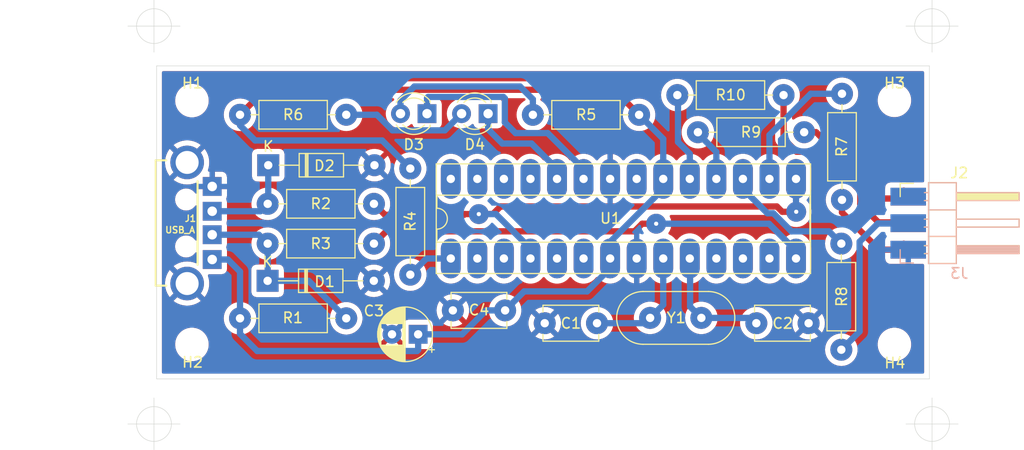
<source format=kicad_pcb>
(kicad_pcb (version 20190605) (host pcbnew "(5.1.0-1541-ga0ed40876)")
  (title_block (title "USBasp (https://www.fischl.de/usbasp/)") (date "2019-08-23") (rev "1"))
  (layers (0 "F.Cu" signal) (31 "B.Cu" signal) (34 "B.Paste" user) (35 "F.Paste" user) (36 "B.SilkS" user) (37 "F.SilkS" user) (38 "B.Mask" user) (39 "F.Mask" user) (44 "Edge.Cuts" user))
  (net 0 "")
  (net 1 "/XTAL1")
  (net 2 "GND")
  (net 3 "/XTAL2")
  (net 4 "+5V")
  (net 5 "Net-(D1-Pad1)")
  (net 6 "Net-(D2-Pad1)")
  (net 7 "Net-(D3-Pad1)")
  (net 8 "Net-(D4-Pad1)")
  (net 9 "/MISO")
  (net 10 "/SCK")
  (net 11 "/RESET")
  (net 12 "/MOSI")
  (net 13 "/D+")
  (net 14 "/D-")
  (net 15 "Net-(J3-Pad3)")
  (net 16 "/PB2")
  (net 17 "/PB3")
  (net 18 "/PB4")
  (net 19 "/PB5")
  (net 20 "Net-(U1-Pad2)")
  (net 21 "Net-(U1-Pad3)")
  (net 22 "Net-(U1-Pad5)")
  (net 23 "Net-(U1-Pad6)")
  (net 24 "Net-(U1-Pad21)")
  (net 25 "Net-(U1-Pad11)")
  (net 26 "Net-(U1-Pad12)")
  (net 27 "Net-(U1-Pad26)")
  (net 28 "Net-(U1-Pad13)")
  (net 29 "Net-(U1-Pad27)")
  (net 30 "Net-(U1-Pad28)")
  (net 31 "Net-(D3-Pad2)")
  (net 32 "Net-(D4-Pad2)")
  (net 33 "Net-(R4-Pad1)")
  (net 34 "Net-(U1-Pad25)")
  (module "MountingHole:MountingHole_2.2mm_M2" (layer "F.Cu") (at 184.36082 97.282)
    (fp_text reference "H4" (at 0.04318 1.78054) (layer "F.SilkS"))
    (fp_text value "MountingHole")
    (pad "1" np_thru_hole circle (at 0 0) (size 2.2 2.2) (drill 2.2) (layers *.Cu *.Mask))
  )
  (module "MountingHole:MountingHole_2.2mm_M2" (layer "F.Cu") (at 184.36082 73.914)
    (fp_text reference "H3" (at 0.0127 -1.65608) (layer "F.SilkS"))
    (fp_text value "MountingHole")
    (pad "1" np_thru_hole circle (at 0 0) (size 2.2 2.2) (drill 2.2) (layers *.Cu *.Mask))
  )
  (module "MountingHole:MountingHole_2.2mm_M2" (layer "F.Cu") (at 117.1702 97.282)
    (fp_text reference "H2" (at 0.06096 1.71196) (layer "F.SilkS"))
    (fp_text value "MountingHole")
    (pad "1" np_thru_hole circle (at 0 0) (size 2.2 2.2) (drill 2.2) (layers *.Cu *.Mask))
  )
  (module "MountingHole:MountingHole_2.2mm_M2" (layer "F.Cu") (at 117.1702 73.93686)
    (fp_text reference "H1" (at 0.04572 -1.6764) (layer "F.SilkS"))
    (fp_text value "MountingHole")
    (pad "1" np_thru_hole circle (at 0 0) (size 2.2 2.2) (drill 2.2) (layers *.Cu *.Mask))
  )
  (module "Resistor_THT:R_Axial_DIN0207_L6.3mm_D2.5mm_P10.16mm_Horizontal" (layer "F.Cu") (at 175.72482 76.962 180)
    (fp_text reference "R9" (at 5.09016 0.00762) (layer "F.SilkS"))
    (fp_text value "270-330R")
    (pad "2" thru_hole circle (at 10.16 0 180) (size 2.1 2.1) (drill 0.8) (layers *.Cu *.Mask) (net 18 "/PB4"))
    (pad "1" thru_hole circle (at 0 0 180) (size 2.1 2.1) (drill 0.8) (layers *.Cu *.Mask) (net 9 "/MISO"))
  )
  (module "Resistor_THT:R_Axial_DIN0207_L6.3mm_D2.5mm_P10.16mm_Horizontal" (layer "F.Cu") (at 173.75632 73.406 180)
    (fp_text reference "R10" (at 5.06222 0.01524) (layer "F.SilkS"))
    (fp_text value "270-330R")
    (pad "2" thru_hole circle (at 10.16 0 180) (size 2.1 2.1) (drill 0.8) (layers *.Cu *.Mask) (net 19 "/PB5"))
    (pad "1" thru_hole circle (at 0 0 180) (size 2.1 2.1) (drill 0.8) (layers *.Cu *.Mask) (net 10 "/SCK"))
  )
  (module "Resistor_THT:R_Axial_DIN0207_L6.3mm_D2.5mm_P10.16mm_Horizontal" (layer "F.Cu") (at 179.28082 97.79 90)
    (fp_text reference "R8" (at 5.08762 0.03302 90) (layer "F.SilkS"))
    (fp_text value "270-330R")
    (pad "2" thru_hole circle (at 10.16 0 90) (size 2.1 2.1) (drill 0.8) (layers *.Cu *.Mask) (net 17 "/PB3"))
    (pad "1" thru_hole circle (at 0 0 90) (size 2.1 2.1) (drill 0.8) (layers *.Cu *.Mask) (net 12 "/MOSI"))
  )
  (module "Resistor_THT:R_Axial_DIN0207_L6.3mm_D2.5mm_P10.16mm_Horizontal" (layer "F.Cu") (at 179.34432 83.439 90)
    (fp_text reference "R7" (at 5.08508 -0.02794 90) (layer "F.SilkS"))
    (fp_text value "270-330R")
    (pad "2" thru_hole circle (at 10.16 0 90) (size 2.1 2.1) (drill 0.8) (layers *.Cu *.Mask) (net 16 "/PB2"))
    (pad "1" thru_hole circle (at 0 0 90) (size 2.1 2.1) (drill 0.8) (layers *.Cu *.Mask) (net 11 "/RESET"))
  )
  (module "Diode_THT:D_DO-35_SOD27_P10.16mm_Horizontal" (layer "F.Cu") (at 124.40666 91.19108)
    (fp_text reference "D1" (at 5.45592 0.08382) (layer "F.SilkS"))
    (fp_text value "3.6V")
    (fp_text user "K" (at 0 -1.8) (layer "F.SilkS"))
    (pad "2" thru_hole circle (at 10.16 0) (size 2.1 2.1) (drill 0.8) (layers *.Cu *.Mask) (net 2 "GND"))
    (pad "1" thru_hole rect (at 0 0) (size 2.1 2.1) (drill 0.8) (layers *.Cu *.Mask) (net 5 "Net-(D1-Pad1)"))
  )
  (module "Diode_THT:D_DO-35_SOD27_P10.16mm_Horizontal" (layer "F.Cu") (at 124.46762 80.12176)
    (fp_text reference "D2" (at 5.36956 0.05334) (layer "F.SilkS"))
    (fp_text value "3.6V")
    (fp_text user "K" (at 0 -1.8) (layer "F.SilkS"))
    (pad "2" thru_hole circle (at 10.16 0) (size 2.1 2.1) (drill 0.8) (layers *.Cu *.Mask) (net 2 "GND"))
    (pad "1" thru_hole rect (at 0 0) (size 2.1 2.1) (drill 0.8) (layers *.Cu *.Mask) (net 6 "Net-(D2-Pad1)"))
  )
  (module "Connector_PinHeader_2.54mm:PinHeader_1x03_P2.54mm_SMD_Horizontal" (layer "B.Cu") (at 186.182 88.20912)
    (fp_text reference "J3" (at 4.385 2.27) (layer "B.SilkS") (effects (justify mirror)))
    (fp_text value "ISP_B.Cu")
    (pad "3" smd rect (at -0.5 -5.08) (size 3.4 1.7) (layers "B.Cu" "B.Paste" "B.Mask") (net 15 "Net-(J3-Pad3)"))
    (pad "2" smd rect (at -0.5 -2.54) (size 3.4 1.7) (layers "B.Cu" "B.Paste" "B.Mask") (net 12 "/MOSI"))
    (pad "1" smd rect (at -0.5 0) (size 3.4 1.7) (layers "B.Cu" "B.Paste" "B.Mask") (net 2 "GND"))
  )
  (module "Connector_PinHeader_2.54mm:PinHeader_1x03_P2.54mm_SMD_Horizontal" (layer "F.Cu") (at 186.182 83.12888)
    (fp_text reference "J2" (at 4.385 -2.27) (layer "F.SilkS"))
    (fp_text value "ISP_F.Cu")
    (pad "3" smd rect (at -0.5 5.08) (size 3.4 1.7) (layers "F.Cu" "F.Paste" "F.Mask") (net 11 "/RESET"))
    (pad "2" smd rect (at -0.5 2.54) (size 3.4 1.7) (layers "F.Cu" "F.Paste" "F.Mask") (net 10 "/SCK"))
    (pad "1" smd rect (at -0.5 0) (size 3.4 1.7) (layers "F.Cu" "F.Paste" "F.Mask") (net 9 "/MISO"))
  )
  (module "Capacitor_THT:C_Disc_D5.1mm_W3.2mm_P5.00mm" (layer "F.Cu") (at 155.91282 95.25 180)
    (fp_text reference "C1" (at 2.49936 -0.01016) (layer "F.SilkS"))
    (fp_text value "22pF")
    (pad "1" thru_hole circle (at 0 0 180) (size 2.1 2.1) (drill 0.8) (layers *.Cu *.Mask) (net 1 "/XTAL1"))
    (pad "2" thru_hole circle (at 5 0 180) (size 2.1 2.1) (drill 0.8) (layers *.Cu *.Mask) (net 2 "GND"))
  )
  (module "Capacitor_THT:C_Disc_D5.1mm_W3.2mm_P5.00mm" (layer "F.Cu") (at 171.15282 95.25)
    (fp_text reference "C2" (at 2.51968 0.01778) (layer "F.SilkS"))
    (fp_text value "22pF")
    (pad "2" thru_hole circle (at 5 0) (size 2.1 2.1) (drill 0.8) (layers *.Cu *.Mask) (net 2 "GND"))
    (pad "1" thru_hole circle (at 0 0) (size 2.1 2.1) (drill 0.8) (layers *.Cu *.Mask) (net 3 "/XTAL2"))
  )
  (module "Capacitor_THT:CP_Radial_D5.0mm_P2.50mm" (layer "F.Cu") (at 138.80582 96.3143 180)
    (fp_text reference "C3" (at 4.23154 2.24286) (layer "F.SilkS"))
    (fp_text value "10uF")
    (pad "1" thru_hole rect (at 0 0 180) (size 1.8 1.8) (drill 0.8) (layers *.Cu *.Mask) (net 4 "+5V"))
    (pad "2" thru_hole circle (at 2.5 0 180) (size 1.8 1.8) (drill 0.8) (layers *.Cu *.Mask) (net 2 "GND"))
  )
  (module "Capacitor_THT:C_Disc_D5.1mm_W3.2mm_P5.00mm" (layer "F.Cu") (at 147.12442 94.02318 180)
    (fp_text reference "C4" (at 2.5019 0.0381) (layer "F.SilkS"))
    (fp_text value "100nF")
    (pad "1" thru_hole circle (at 0 0 180) (size 2.1 2.1) (drill 0.8) (layers *.Cu *.Mask) (net 4 "+5V"))
    (pad "2" thru_hole circle (at 5 0 180) (size 2.1 2.1) (drill 0.8) (layers *.Cu *.Mask) (net 2 "GND"))
  )
  (module "LED_THT:LED_D3.0mm" (layer "F.Cu") (at 139.65682 75.184 180)
    (fp_text reference "D3" (at 1.27 -2.96) (layer "F.SilkS"))
    (fp_text value "G(pwr)")
    (pad "2" thru_hole circle (at 2.54 0 180) (size 1.8 1.8) (drill 0.9) (layers *.Cu *.Mask) (net 31 "Net-(D3-Pad2)"))
    (pad "1" thru_hole rect (at 0 0 180) (size 1.8 1.8) (drill 0.9) (layers *.Cu *.Mask) (net 7 "Net-(D3-Pad1)"))
  )
  (module "LED_THT:LED_D3.0mm" (layer "F.Cu") (at 145.49882 75.184 180)
    (fp_text reference "D4" (at 1.27 -2.96) (layer "F.SilkS"))
    (fp_text value "R(prog)")
    (pad "1" thru_hole rect (at 0 0 180) (size 1.8 1.8) (drill 0.9) (layers *.Cu *.Mask) (net 8 "Net-(D4-Pad1)"))
    (pad "2" thru_hole circle (at 2.54 0 180) (size 1.8 1.8) (drill 0.9) (layers *.Cu *.Mask) (net 32 "Net-(D4-Pad2)"))
  )
  (module "Connectors:USB-A-H_PADS_NUMBERED" (layer "F.Cu") (at 116.71046 85.65388)
    (fp_text reference "J1" (at 0.30988 -0.42672) (layer "F.SilkS") (effects (font (size 0.6096 0.6096) (thickness 0.127))))
    (fp_text value "USB_A" (at -0.6731 0.66802 180) (layer "F.SilkS") (effects (font (size 0.6096 0.6096) (thickness 0.127))))
    (pad "3" thru_hole rect (at 2.39776 -1.12522) (size 1.8 1.8) (drill 0.9144) (layers *.Cu *.Mask) (net 6 "Net-(D2-Pad1)"))
    (pad "2" thru_hole rect (at 2.39776 1.12522) (size 1.8 1.8) (drill 0.9144) (layers *.Cu *.Mask) (net 5 "Net-(D1-Pad1)"))
    (pad "4" thru_hole rect (at 2.39776 -3.49758) (size 1.8 1.8) (drill 0.9144) (layers *.Cu *.Mask) (net 2 "GND"))
    (pad "5" thru_hole circle (at 0 5.79882) (size 3.21564 3.21564) (drill 2.19964) (layers *.Cu *.Mask) (net 2 "GND"))
    (pad "5" thru_hole circle (at 0 -5.79882) (size 3.21564 3.21564) (drill 2.19964) (layers *.Cu *.Mask) (net 2 "GND"))
    (pad "1" thru_hole rect (at 2.39776 3.49758) (size 1.8 1.8) (drill 0.9144) (layers *.Cu *.Mask) (net 4 "+5V"))
    (pad "" np_thru_hole circle (at -0.09906 -2.2479) (size 1.09982 1.09982) (drill 1.09982) (layers *.Cu *.Mask))
    (pad "" np_thru_hole circle (at -0.09906 2.2479) (size 1.09982 1.09982) (drill 1.09982) (layers *.Cu *.Mask))
  )
  (module "Resistor_THT:R_Axial_DIN0207_L6.3mm_D2.5mm_P10.16mm_Horizontal" (layer "F.Cu") (at 138.05408 90.6018 90)
    (fp_text reference "R4" (at 5.10286 0 90) (layer "F.SilkS"))
    (fp_text value "10K")
    (pad "2" thru_hole circle (at 10.16 0 90) (size 2.1 2.1) (drill 0.8) (layers *.Cu *.Mask) (net 4 "+5V"))
    (pad "1" thru_hole circle (at 0 0 90) (size 2.1 2.1) (drill 0.8) (layers *.Cu *.Mask) (net 33 "Net-(R4-Pad1)"))
  )
  (module "Resistor_THT:R_Axial_DIN0207_L6.3mm_D2.5mm_P10.16mm_Horizontal" (layer "F.Cu") (at 149.77872 75.29576)
    (fp_text reference "R5" (at 5.0927 -0.00762) (layer "F.SilkS"))
    (fp_text value "330R..1K")
    (pad "1" thru_hole circle (at 0 0) (size 2.1 2.1) (drill 0.8) (layers *.Cu *.Mask) (net 31 "Net-(D3-Pad2)"))
    (pad "2" thru_hole circle (at 10.16 0) (size 2.1 2.1) (drill 0.8) (layers *.Cu *.Mask) (net 4 "+5V"))
  )
  (module "Resistor_THT:R_Axial_DIN0207_L6.3mm_D2.5mm_P10.16mm_Horizontal" (layer "F.Cu") (at 131.9276 75.29068 180)
    (fp_text reference "R6" (at 5.07746 0.01016) (layer "F.SilkS"))
    (fp_text value "330R..1K")
    (pad "2" thru_hole circle (at 10.16 0 180) (size 2.1 2.1) (drill 0.8) (layers *.Cu *.Mask) (net 4 "+5V"))
    (pad "1" thru_hole circle (at 0 0 180) (size 2.1 2.1) (drill 0.8) (layers *.Cu *.Mask) (net 32 "Net-(D4-Pad2)"))
  )
  (module "Resistor_THT:R_Axial_DIN0207_L6.3mm_D2.5mm_P10.16mm_Horizontal" (layer "F.Cu") (at 134.57682 83.82 180)
    (fp_text reference "R2" (at 5.08508 0.0127) (layer "F.SilkS"))
    (fp_text value "68R")
    (pad "1" thru_hole circle (at 0 0 180) (size 2.1 2.1) (drill 0.8) (layers *.Cu *.Mask) (net 13 "/D+"))
    (pad "2" thru_hole circle (at 10.16 0 180) (size 2.1 2.1) (drill 0.8) (layers *.Cu *.Mask) (net 6 "Net-(D2-Pad1)"))
  )
  (module "Resistor_THT:R_Axial_DIN0207_L6.3mm_D2.5mm_P10.16mm_Horizontal" (layer "F.Cu") (at 134.57682 87.63 180)
    (fp_text reference "R3" (at 5.08508 0.00254) (layer "F.SilkS"))
    (fp_text value "68R")
    (pad "1" thru_hole circle (at 0 0 180) (size 2.1 2.1) (drill 0.8) (layers *.Cu *.Mask) (net 14 "/D-"))
    (pad "2" thru_hole circle (at 10.16 0 180) (size 2.1 2.1) (drill 0.8) (layers *.Cu *.Mask) (net 5 "Net-(D1-Pad1)"))
  )
  (module "Resistor_THT:R_Axial_DIN0207_L6.3mm_D2.5mm_P10.16mm_Horizontal" (layer "F.Cu") (at 131.9276 94.78264 180)
    (fp_text reference "R1" (at 5.10794 0.04826) (layer "F.SilkS"))
    (fp_text value "1.4-2.5K")
    (pad "2" thru_hole circle (at 10.16 0 180) (size 2.1 2.1) (drill 0.8) (layers *.Cu *.Mask) (net 4 "+5V"))
    (pad "1" thru_hole circle (at 0 0 180) (size 2.1 2.1) (drill 0.8) (layers *.Cu *.Mask) (net 5 "Net-(D1-Pad1)"))
  )
  (module "Package_DIP:DIP-28_W7.62mm_Socket_LongPads" (layer "F.Cu") (at 141.92758 89.0524 90)
    (fp_text reference "U1" (at 3.84302 15.28318 180) (layer "F.SilkS"))
    (fp_text value "ATmega8A-PU")
    (pad "1" thru_hole oval (at 0 0 90) (size 3.8 1.9) (drill 0.8) (layers *.Cu *.Mask) (net 33 "Net-(R4-Pad1)"))
    (pad "15" thru_hole oval (at 7.62 33.02 90) (size 3.8 1.9) (drill 0.8) (layers *.Cu *.Mask) (net 13 "/D+"))
    (pad "2" thru_hole oval (at 0 2.54 90) (size 3.8 1.9) (drill 0.8) (layers *.Cu *.Mask) (net 20 "Net-(U1-Pad2)"))
    (pad "16" thru_hole oval (at 7.62 30.48 90) (size 3.8 1.9) (drill 0.8) (layers *.Cu *.Mask) (net 16 "/PB2"))
    (pad "3" thru_hole oval (at 0 5.08 90) (size 3.8 1.9) (drill 0.8) (layers *.Cu *.Mask) (net 21 "Net-(U1-Pad3)"))
    (pad "17" thru_hole oval (at 7.62 27.94 90) (size 3.8 1.9) (drill 0.8) (layers *.Cu *.Mask) (net 17 "/PB3"))
    (pad "4" thru_hole oval (at 0 7.62 90) (size 3.8 1.9) (drill 0.8) (layers *.Cu *.Mask) (net 13 "/D+"))
    (pad "18" thru_hole oval (at 7.62 25.4 90) (size 3.8 1.9) (drill 0.8) (layers *.Cu *.Mask) (net 18 "/PB4"))
    (pad "5" thru_hole oval (at 0 10.16 90) (size 3.8 1.9) (drill 0.8) (layers *.Cu *.Mask) (net 22 "Net-(U1-Pad5)"))
    (pad "19" thru_hole oval (at 7.62 22.86 90) (size 3.8 1.9) (drill 0.8) (layers *.Cu *.Mask) (net 19 "/PB5"))
    (pad "6" thru_hole oval (at 0 12.7 90) (size 3.8 1.9) (drill 0.8) (layers *.Cu *.Mask) (net 23 "Net-(U1-Pad6)"))
    (pad "20" thru_hole oval (at 7.62 20.32 90) (size 3.8 1.9) (drill 0.8) (layers *.Cu *.Mask) (net 4 "+5V"))
    (pad "7" thru_hole oval (at 0 15.24 90) (size 3.8 1.9) (drill 0.8) (layers *.Cu *.Mask) (net 4 "+5V"))
    (pad "21" thru_hole oval (at 7.62 17.78 90) (size 3.8 1.9) (drill 0.8) (layers *.Cu *.Mask) (net 24 "Net-(U1-Pad21)"))
    (pad "8" thru_hole oval (at 0 17.78 90) (size 3.8 1.9) (drill 0.8) (layers *.Cu *.Mask) (net 2 "GND"))
    (pad "22" thru_hole oval (at 7.62 15.24 90) (size 3.8 1.9) (drill 0.8) (layers *.Cu *.Mask) (net 2 "GND"))
    (pad "9" thru_hole oval (at 0 20.32 90) (size 3.8 1.9) (drill 0.8) (layers *.Cu *.Mask) (net 1 "/XTAL1"))
    (pad "23" thru_hole oval (at 7.62 12.7 90) (size 3.8 1.9) (drill 0.8) (layers *.Cu *.Mask) (net 7 "Net-(D3-Pad1)"))
    (pad "10" thru_hole oval (at 0 22.86 90) (size 3.8 1.9) (drill 0.8) (layers *.Cu *.Mask) (net 3 "/XTAL2"))
    (pad "24" thru_hole oval (at 7.62 10.16 90) (size 3.8 1.9) (drill 0.8) (layers *.Cu *.Mask) (net 8 "Net-(D4-Pad1)"))
    (pad "11" thru_hole oval (at 0 25.4 90) (size 3.8 1.9) (drill 0.8) (layers *.Cu *.Mask) (net 25 "Net-(U1-Pad11)"))
    (pad "25" thru_hole oval (at 7.62 7.62 90) (size 3.8 1.9) (drill 0.8) (layers *.Cu *.Mask) (net 34 "Net-(U1-Pad25)"))
    (pad "12" thru_hole oval (at 0 27.94 90) (size 3.8 1.9) (drill 0.8) (layers *.Cu *.Mask) (net 26 "Net-(U1-Pad12)"))
    (pad "26" thru_hole oval (at 7.62 5.08 90) (size 3.8 1.9) (drill 0.8) (layers *.Cu *.Mask) (net 27 "Net-(U1-Pad26)"))
    (pad "13" thru_hole oval (at 0 30.48 90) (size 3.8 1.9) (drill 0.8) (layers *.Cu *.Mask) (net 28 "Net-(U1-Pad13)"))
    (pad "27" thru_hole oval (at 7.62 2.54 90) (size 3.8 1.9) (drill 0.8) (layers *.Cu *.Mask) (net 29 "Net-(U1-Pad27)"))
    (pad "14" thru_hole oval (at 0 33.02 90) (size 3.8 1.9) (drill 0.8) (layers *.Cu *.Mask) (net 14 "/D-"))
    (pad "28" thru_hole oval (at 7.62 0 90) (size 3.8 1.9) (drill 0.8) (layers *.Cu *.Mask) (net 30 "Net-(U1-Pad28)"))
  )
  (module "Crystal:Crystal_HC18-U_Vertical" (layer "F.Cu") (at 160.99282 94.742)
    (fp_text reference "Y1" (at 2.49936 -0.00762) (layer "F.SilkS"))
    (fp_text value "Crystal")
    (pad "1" thru_hole circle (at 0 0) (size 2.1 2.1) (drill 0.8) (layers *.Cu *.Mask) (net 1 "/XTAL1"))
    (pad "2" thru_hole circle (at 4.9 0) (size 2.1 2.1) (drill 0.8) (layers *.Cu *.Mask) (net 3 "/XTAL2"))
  )
  (gr_line (start 187.706 70.612) (end 187.706 100.584) (layer "Edge.Cuts") (width 0.05))
  (target plus (at 187.96 104.902) (size 5) (width 0.05) (layer "Edge.Cuts"))
  (target plus (at 113.538 104.902) (size 5) (width 0.05) (layer "Edge.Cuts"))
  (target plus (at 187.96 66.802) (size 5) (width 0.05) (layer "Edge.Cuts"))
  (target plus (at 113.538 66.802) (size 5) (width 0.05) (layer "Edge.Cuts"))
  (gr_line (start 187.706 70.612) (end 113.792 70.612) (layer "Edge.Cuts") (width 0.05))
  (gr_line (start 113.792 100.584) (end 187.706 100.584) (layer "Edge.Cuts") (width 0.05))
  (gr_line (start 113.792 70.612) (end 113.792 100.584) (layer "Edge.Cuts") (width 0.05))
  (segment (start 181.030821 87.447179) (end 181.030821 96.039999) (width 0.6) (layer "B.Cu") (net 12))
  (segment (start 181.030821 96.039999) (end 180.330819 96.740001) (width 0.6) (layer "B.Cu") (net 12))
  (segment (start 180.330819 96.740001) (end 179.28082 97.79) (width 0.6) (layer "B.Cu") (net 12))
  (segment (start 182.7784 85.6996) (end 181.030821 87.447179) (width 0.6) (layer "B.Cu") (net 12))
  (segment (start 184.64822 85.6996) (end 182.7784 85.6996) (width 0.6) (layer "B.Cu") (net 12))
  (segment (start 124.40666 91.19108) (end 128.33604 91.19108) (width 0.6) (layer "B.Cu") (net 5))
  (segment (start 128.33604 91.19108) (end 131.9276 94.78264) (width 0.6) (layer "B.Cu") (net 5))
  (segment (start 124.41682 87.63) (end 124.41682 91.18092) (width 0.6) (layer "B.Cu") (net 5))
  (segment (start 124.41682 91.18092) (end 124.40666 91.19108) (width 0.6) (layer "B.Cu") (net 5))
  (segment (start 121.7676 94.78264) (end 121.7676 90.31084) (width 0.6) (layer "B.Cu") (net 4))
  (segment (start 121.7676 90.31084) (end 120.60822 89.15146) (width 0.6) (layer "B.Cu") (net 4))
  (segment (start 120.60822 89.15146) (end 119.10822 89.15146) (width 0.6) (layer "B.Cu") (net 4))
  (segment (start 119.10822 86.7791) (end 123.56592 86.7791) (width 0.6) (layer "B.Cu") (net 5))
  (segment (start 123.56592 86.7791) (end 124.41682 87.63) (width 0.6) (layer "B.Cu") (net 5))
  (segment (start 147.12442 94.02318) (end 148.9456 92.202) (width 0.6) (layer "B.Cu") (net 4))
  (segment (start 148.9456 92.202) (end 154.96798 92.202) (width 0.6) (layer "B.Cu") (net 4))
  (segment (start 154.96798 92.202) (end 157.16758 90.0024) (width 0.6) (layer "B.Cu") (net 4))
  (segment (start 121.7676 94.78264) (end 121.7676 96.267564) (width 0.6) (layer "B.Cu") (net 4))
  (segment (start 138.80582 97.8143) (end 138.80582 96.3143) (width 0.6) (layer "B.Cu") (net 4))
  (segment (start 121.7676 96.267564) (end 123.414337 97.914301) (width 0.6) (layer "B.Cu") (net 4))
  (segment (start 123.414337 97.914301) (end 138.705819 97.914301) (width 0.6) (layer "B.Cu") (net 4))
  (segment (start 138.705819 97.914301) (end 138.80582 97.8143) (width 0.6) (layer "B.Cu") (net 4))
  (segment (start 138.80582 96.3143) (end 143.01105 96.3143) (width 0.6) (layer "B.Cu") (net 4))
  (segment (start 143.01105 96.3143) (end 145.30217 94.02318) (width 0.6) (layer "B.Cu") (net 4))
  (segment (start 145.30217 94.02318) (end 147.12442 94.02318) (width 0.6) (layer "B.Cu") (net 4))
  (segment (start 119.10822 84.52866) (end 123.70816 84.52866) (width 0.6) (layer "B.Cu") (net 6))
  (segment (start 123.70816 84.52866) (end 124.41682 83.82) (width 0.6) (layer "B.Cu") (net 6))
  (segment (start 157.54096 72.898) (end 124.16028 72.898) (width 0.6) (layer "F.Cu") (net 4))
  (segment (start 159.93872 75.29576) (end 157.54096 72.898) (width 0.6) (layer "F.Cu") (net 4))
  (segment (start 124.16028 72.898) (end 121.7676 75.29068) (width 0.6) (layer "F.Cu") (net 4))
  (segment (start 137.11682 73.911208) (end 137.11682 75.184) (width 0.6) (layer "B.Cu") (net 31))
  (segment (start 149.77872 75.29576) (end 149.77872 73.810836) (width 0.6) (layer "B.Cu") (net 31))
  (segment (start 148.551872 72.583988) (end 138.44404 72.583988) (width 0.6) (layer "B.Cu") (net 31))
  (segment (start 138.44404 72.583988) (end 137.11682 73.911208) (width 0.6) (layer "B.Cu") (net 31))
  (segment (start 149.77872 73.810836) (end 148.551872 72.583988) (width 0.6) (layer "B.Cu") (net 31))
  (segment (start 146.860592 78.045772) (end 145.49882 76.684) (width 0.6) (layer "B.Cu") (net 8))
  (segment (start 152.08758 80.4824) (end 149.650952 78.045772) (width 0.6) (layer "B.Cu") (net 8))
  (segment (start 145.49882 76.684) (end 145.49882 75.184) (width 0.6) (layer "B.Cu") (net 8))
  (segment (start 152.08758 81.4324) (end 152.08758 80.4824) (width 0.6) (layer "B.Cu") (net 8))
  (segment (start 149.650952 78.045772) (end 146.860592 78.045772) (width 0.6) (layer "B.Cu") (net 8))
  (segment (start 154.62758 80.4824) (end 151.190941 77.045761) (width 0.6) (layer "B.Cu") (net 7))
  (segment (start 154.62758 81.4324) (end 154.62758 80.4824) (width 0.6) (layer "B.Cu") (net 7))
  (segment (start 148.122581 77.045761) (end 147.098821 76.022001) (width 0.6) (layer "B.Cu") (net 7))
  (segment (start 139.756821 73.583999) (end 139.65682 73.684) (width 0.6) (layer "B.Cu") (net 7))
  (segment (start 139.65682 73.684) (end 139.65682 75.184) (width 0.6) (layer "B.Cu") (net 7))
  (segment (start 147.098821 73.723999) (end 146.958821 73.583999) (width 0.6) (layer "B.Cu") (net 7))
  (segment (start 146.958821 73.583999) (end 139.756821 73.583999) (width 0.6) (layer "B.Cu") (net 7))
  (segment (start 151.190941 77.045761) (end 148.122581 77.045761) (width 0.6) (layer "B.Cu") (net 7))
  (segment (start 147.098821 76.022001) (end 147.098821 73.723999) (width 0.6) (layer "B.Cu") (net 7))
  (segment (start 142.058821 76.083999) (end 142.95882 75.184) (width 0.6) (layer "B.Cu") (net 32))
  (segment (start 141.358819 76.784001) (end 142.058821 76.083999) (width 0.6) (layer "B.Cu") (net 32))
  (segment (start 134.855498 75.29068) (end 136.348819 76.784001) (width 0.6) (layer "B.Cu") (net 32))
  (segment (start 136.348819 76.784001) (end 141.358819 76.784001) (width 0.6) (layer "B.Cu") (net 32))
  (segment (start 131.9276 75.29068) (end 134.855498 75.29068) (width 0.6) (layer "B.Cu") (net 32))
  (segment (start 172.776873 84.724) (end 174.505262 86.45239) (width 0.6) (layer "B.Cu") (net 17))
  (segment (start 174.505262 86.45239) (end 178.10321 86.45239) (width 0.6) (layer "B.Cu") (net 17))
  (segment (start 178.10321 86.45239) (end 178.230821 86.580001) (width 0.6) (layer "B.Cu") (net 17))
  (segment (start 178.230821 86.580001) (end 179.28082 87.63) (width 0.6) (layer "B.Cu") (net 17))
  (segment (start 145.949887 84.80238) (end 146.678258 84.074009) (width 0.6) (layer "F.Cu") (net 13))
  (segment (start 174.94758 81.4324) (end 174.94758 84.561239) (width 0.6) (layer "B.Cu") (net 13))
  (segment (start 173.116848 84.074009) (end 173.623273 84.580434) (width 0.6) (layer "F.Cu") (net 13))
  (segment (start 174.94758 84.561239) (end 174.966775 84.580434) (width 0.6) (layer "B.Cu") (net 13))
  (segment (start 146.678258 84.074009) (end 173.116848 84.074009) (width 0.6) (layer "F.Cu") (net 13))
  (segment (start 173.623273 84.580434) (end 174.966775 84.580434) (width 0.6) (layer "F.Cu") (net 13))
  (segment (start 144.606385 84.80238) (end 145.949887 84.80238) (width 0.6) (layer "F.Cu") (net 13))
  (segment (start 172.20918 84.724) (end 172.776873 84.724) (width 0.6) (layer "B.Cu") (net 17))
  (segment (start 169.86758 81.4324) (end 169.86758 82.3824) (width 0.6) (layer "B.Cu") (net 17))
  (via (at 174.966775 84.580434) (size 1.9) (drill 0.4) (layers "F.Cu" "B.Cu") (net 13))
  (segment (start 169.86758 82.3824) (end 172.20918 84.724) (width 0.6) (layer "B.Cu") (net 17))
  (segment (start 175.21682 81.70164) (end 174.864948 82.053512) (width 0.6) (layer "B.Cu") (net 13))
  (segment (start 172.362656 85.72401) (end 162.914817 85.72401) (width 0.6) (layer "B.Cu") (net 14))
  (segment (start 162.914817 85.72401) (end 161.571315 85.72401) (width 0.6) (layer "B.Cu") (net 14))
  (segment (start 174.94758 88.308934) (end 172.362656 85.72401) (width 0.6) (layer "B.Cu") (net 14))
  (segment (start 162.24758 93.48724) (end 162.24758 89.0524) (width 0.6) (layer "B.Cu") (net 1))
  (segment (start 160.99282 94.742) (end 162.24758 93.48724) (width 0.6) (layer "B.Cu") (net 1))
  (segment (start 155.91282 95.25) (end 160.48482 95.25) (width 0.6) (layer "B.Cu") (net 1))
  (segment (start 164.81552 93.6647) (end 164.81552 89.08034) (width 0.6) (layer "B.Cu") (net 3))
  (segment (start 165.89282 94.742) (end 164.81552 93.6647) (width 0.6) (layer "B.Cu") (net 3))
  (segment (start 165.89282 94.742) (end 170.64482 94.742) (width 0.6) (layer "B.Cu") (net 3))
  (segment (start 162.24758 77.60462) (end 159.93872 75.29576) (width 0.6) (layer "B.Cu") (net 4))
  (segment (start 162.24758 81.4324) (end 162.24758 77.60462) (width 0.6) (layer "B.Cu") (net 4))
  (segment (start 123.21032 77.7494) (end 121.7676 76.30668) (width 0.6) (layer "B.Cu") (net 4))
  (segment (start 135.36168 77.7494) (end 123.21032 77.7494) (width 0.6) (layer "B.Cu") (net 4))
  (segment (start 138.05408 80.4418) (end 135.36168 77.7494) (width 0.6) (layer "B.Cu") (net 4))
  (segment (start 162.24758 82.3824) (end 157.16758 87.4624) (width 0.6) (layer "B.Cu") (net 4))
  (segment (start 124.46762 80.12176) (end 124.46762 83.7692) (width 0.6) (layer "B.Cu") (net 6))
  (segment (start 139.60348 89.0524) (end 138.05408 90.6018) (width 0.6) (layer "B.Cu") (net 33))
  (segment (start 141.92758 89.0524) (end 139.60348 89.0524) (width 0.6) (layer "B.Cu") (net 33))
  (segment (start 163.65982 77.901002) (end 163.65982 74.041) (width 0.6) (layer "B.Cu") (net 19))
  (segment (start 164.78758 79.028762) (end 163.65982 77.901002) (width 0.6) (layer "B.Cu") (net 19))
  (segment (start 164.78758 81.4324) (end 164.78758 79.028762) (width 0.6) (layer "B.Cu") (net 19))
  (segment (start 167.32758 78.85176) (end 165.56482 77.089) (width 0.6) (layer "B.Cu") (net 18))
  (segment (start 167.32758 81.4324) (end 167.32758 78.85176) (width 0.6) (layer "B.Cu") (net 18))
  (via (at 144.606385 84.80238) (size 1.9) (drill 0.4) (layers "F.Cu" "B.Cu") (net 13))
  (segment (start 159.499433 86.45239) (end 160.227813 85.72401) (width 0.6) (layer "F.Cu") (net 14))
  (segment (start 160.227813 85.72401) (end 161.571315 85.72401) (width 0.6) (layer "F.Cu") (net 14))
  (segment (start 135.75443 86.45239) (end 159.499433 86.45239) (width 0.6) (layer "F.Cu") (net 14))
  (segment (start 134.57682 87.63) (end 135.75443 86.45239) (width 0.6) (layer "F.Cu") (net 14))
  (via (at 161.571315 85.72401) (size 1.9) (drill 0.4) (layers "F.Cu" "B.Cu") (net 14))
  (segment (start 143.195264 84.869999) (end 135.626819 84.869999) (width 0.6) (layer "F.Cu") (net 13))
  (segment (start 143.262883 84.80238) (end 143.195264 84.869999) (width 0.6) (layer "F.Cu") (net 13))
  (segment (start 135.626819 84.869999) (end 134.57682 83.82) (width 0.6) (layer "F.Cu") (net 13))
  (segment (start 144.606385 84.80238) (end 143.262883 84.80238) (width 0.6) (layer "F.Cu") (net 13))
  (segment (start 146.24756 84.80238) (end 145.949887 84.80238) (width 0.6) (layer "B.Cu") (net 13))
  (segment (start 145.949887 84.80238) (end 144.606385 84.80238) (width 0.6) (layer "B.Cu") (net 13))
  (segment (start 149.54758 88.1024) (end 146.24756 84.80238) (width 0.6) (layer "B.Cu") (net 13))
  (segment (start 149.54758 89.0524) (end 149.54758 88.1024) (width 0.6) (layer "B.Cu") (net 13))
  (segment (start 177.859396 73.279) (end 179.34432 73.279) (width 0.6) (layer "B.Cu") (net 16))
  (segment (start 176.35982 73.279) (end 177.859396 73.279) (width 0.6) (layer "B.Cu") (net 16))
  (segment (start 172.40758 81.4324) (end 172.40758 77.23124) (width 0.6) (layer "B.Cu") (net 16))
  (segment (start 172.40758 77.23124) (end 176.35982 73.279) (width 0.6) (layer "B.Cu") (net 16))
  (segment (start 173.75632 77.583502) (end 175.005208 78.83239) (width 0.6) (layer "F.Cu") (net 10))
  (segment (start 182.83682 85.598) (end 184.74982 85.598) (width 0.6) (layer "F.Cu") (net 10))
  (segment (start 177.327712 78.83239) (end 181.094321 82.598999) (width 0.6) (layer "F.Cu") (net 10))
  (segment (start 181.094321 83.855501) (end 182.83682 85.598) (width 0.6) (layer "F.Cu") (net 10))
  (segment (start 175.005208 78.83239) (end 177.327712 78.83239) (width 0.6) (layer "F.Cu") (net 10))
  (segment (start 173.75632 73.406) (end 173.75632 77.583502) (width 0.6) (layer "F.Cu") (net 10))
  (segment (start 181.094321 82.598999) (end 181.094321 83.855501) (width 0.6) (layer "F.Cu") (net 10))
  (segment (start 176.871551 76.962) (end 175.72482 76.962) (width 0.6) (layer "F.Cu") (net 9))
  (segment (start 185.25782 82.55) (end 184.49582 83.312) (width 0.6) (layer "F.Cu") (net 9))
  (segment (start 182.32882 83.312) (end 182.094332 83.077512) (width 0.6) (layer "F.Cu") (net 9))
  (segment (start 182.094332 83.077512) (end 182.094332 82.184781) (width 0.6) (layer "F.Cu") (net 9))
  (segment (start 184.49582 83.312) (end 182.32882 83.312) (width 0.6) (layer "F.Cu") (net 9))
  (segment (start 182.094332 82.184781) (end 176.871551 76.962) (width 0.6) (layer "F.Cu") (net 9))
  (segment (start 184.67894 88.20888) (end 185.25782 87.63) (width 0.6) (layer "F.Cu") (net 11))
  (segment (start 179.34432 83.439) (end 179.34432 84.6455) (width 0.6) (layer "F.Cu") (net 11))
  (segment (start 182.9077 88.20888) (end 184.67894 88.20888) (width 0.6) (layer "F.Cu") (net 11))
  (segment (start 179.34432 84.6455) (end 182.9077 88.20888) (width 0.6) (layer "F.Cu") (net 11))
  (zone (net 2) (net_name "GND") (layer "B.Cu") (connect_pads (clearance 0.508)) (min_thickness 0.254) (fill yes (thermal_gap 0.508) (thermal_bridge_width 0.508))
    (polygon (pts (xy 114.046 70.866) (xy 187.452 70.866) (xy 187.452 100.33) (xy 114.046 100.33)))
  )
  (zone (net 2) (net_name "GND") (layer "F.Cu") (connect_pads (clearance 0.508)) (min_thickness 0.254) (fill yes (thermal_gap 0.508) (thermal_bridge_width 0.508))
    (polygon (pts (xy 114.046 70.866) (xy 187.452 70.866) (xy 187.452 100.33) (xy 114.046 100.33)))
  )
)
</source>
